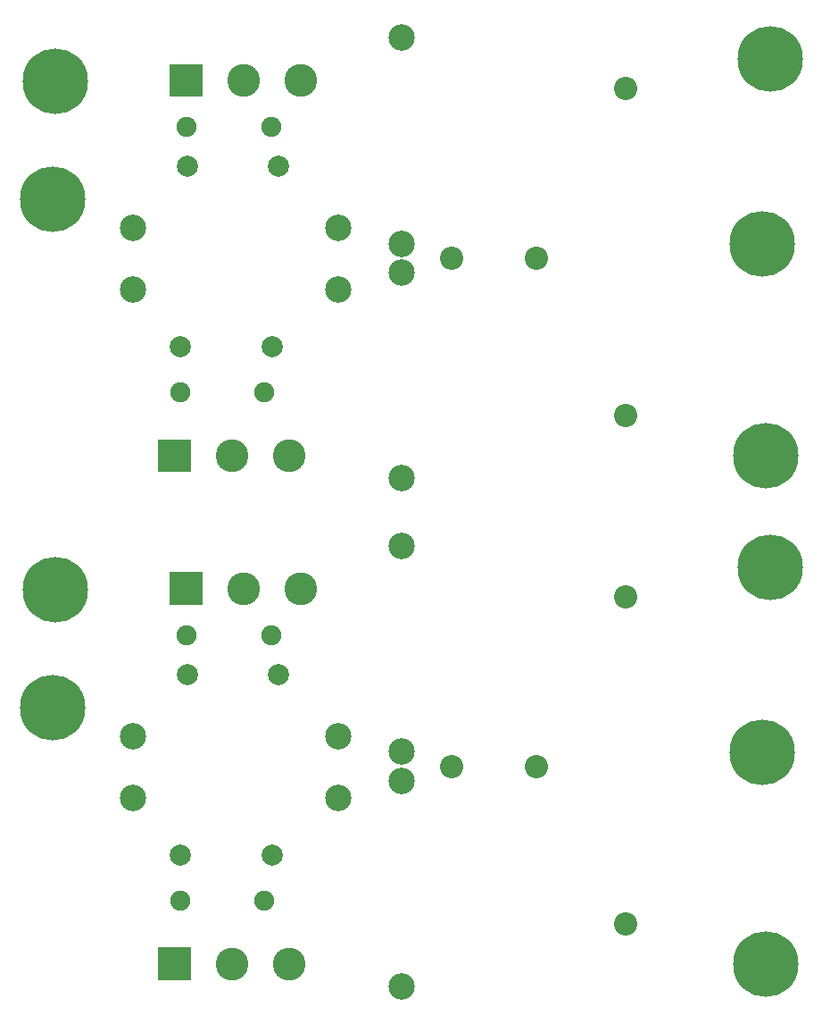
<source format=gts>
G04 Layer: TopSolderMaskLayer*
G04 EasyEDA v6.3.43, 2020-06-01T19:13:48+08:00*
G04 e22e4845dbe6470894a8ffcda582c5b6,45e1048b23574a55a66a4e5d38cdb7dd,10*
G04 Gerber Generator version 0.2*
G04 Scale: 100 percent, Rotated: No, Reflected: No *
G04 Dimensions in millimeters *
G04 leading zeros omitted , absolute positions ,3 integer and 3 decimal *
%FSLAX33Y33*%
%MOMM*%
G90*
G71D02*

%ADD27C,2.503195*%
%ADD28C,6.203188*%
%ADD29C,3.103194*%
%ADD31C,2.003196*%
%ADD32C,2.203196*%
%ADD33C,1.903197*%

%LPD*%
G54D27*
G01X36830Y93280D03*
G01X36830Y73780D03*
G54D28*
G01X3683Y77942D03*
G01X3937Y89118D03*
G54D29*
G01X27294Y89245D03*
G36*
G01X14841Y87693D02*
G01X14841Y90797D01*
G01X17945Y90797D01*
G01X17945Y87693D01*
G01X14841Y87693D01*
G37*
G01X21844Y89245D03*
G01X26151Y53685D03*
G36*
G01X13698Y52133D02*
G01X13698Y55237D01*
G01X16802Y55237D01*
G01X16802Y52133D01*
G01X13698Y52133D01*
G37*
G01X20701Y53685D03*
G54D31*
G01X15842Y63972D03*
G01X24543Y63972D03*
G01X16477Y81117D03*
G01X25178Y81117D03*
G54D32*
G01X49592Y72354D03*
G01X41593Y72354D03*
G54D33*
G01X24446Y84800D03*
G01X16447Y84800D03*
G01X23811Y59654D03*
G01X15812Y59654D03*
G54D28*
G01X71755Y91277D03*
G01X70993Y73751D03*
G01X71374Y53685D03*
G54D32*
G01X58039Y57495D03*
G01X58039Y88483D03*
G54D27*
G01X30832Y75275D03*
G01X11331Y75275D03*
G01X11331Y69433D03*
G01X30832Y69433D03*
G01X36830Y51555D03*
G01X36830Y71055D03*
G01X36830Y3393D03*
G01X36830Y22893D03*
G01X11331Y21271D03*
G01X30832Y21271D03*
G01X30832Y27113D03*
G01X11331Y27113D03*
G54D32*
G01X58039Y9333D03*
G01X58039Y40321D03*
G54D28*
G01X71374Y5523D03*
G01X70993Y25589D03*
G01X71755Y43115D03*
G54D33*
G01X23811Y11492D03*
G01X15812Y11492D03*
G01X24446Y36638D03*
G01X16447Y36638D03*
G54D32*
G01X49592Y24192D03*
G01X41593Y24192D03*
G54D31*
G01X16477Y32955D03*
G01X25178Y32955D03*
G01X15842Y15810D03*
G01X24543Y15810D03*
G54D29*
G01X26151Y5523D03*
G36*
G01X13698Y3972D02*
G01X13698Y7073D01*
G01X16802Y7073D01*
G01X16802Y3972D01*
G01X13698Y3972D01*
G37*
G01X20701Y5523D03*
G01X27294Y41083D03*
G36*
G01X14841Y39532D02*
G01X14841Y42633D01*
G01X17945Y42633D01*
G01X17945Y39532D01*
G01X14841Y39532D01*
G37*
G01X21844Y41083D03*
G54D28*
G01X3937Y40956D03*
G01X3683Y29780D03*
G54D27*
G01X36830Y45118D03*
G01X36830Y25618D03*
M00*
M02*

</source>
